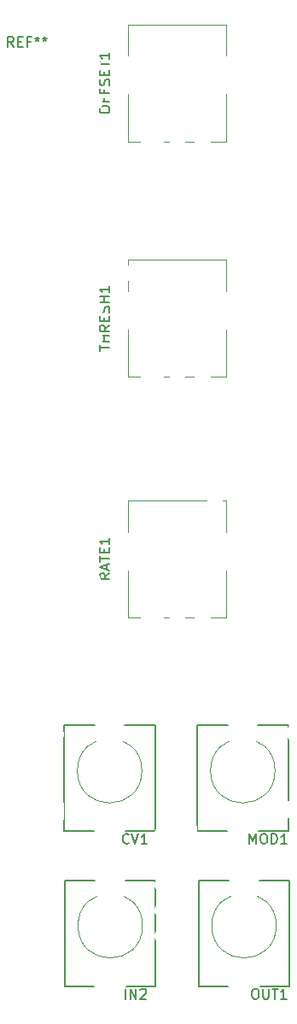
<source format=gbr>
G04 #@! TF.GenerationSoftware,KiCad,Pcbnew,(5.1.10-1-10_14)*
G04 #@! TF.CreationDate,2021-09-13T20:12:19+02:00*
G04 #@! TF.ProjectId,Ring_fold_main,52696e67-5f66-46f6-9c64-5f6d61696e2e,rev?*
G04 #@! TF.SameCoordinates,Original*
G04 #@! TF.FileFunction,Legend,Top*
G04 #@! TF.FilePolarity,Positive*
%FSLAX46Y46*%
G04 Gerber Fmt 4.6, Leading zero omitted, Abs format (unit mm)*
G04 Created by KiCad (PCBNEW (5.1.10-1-10_14)) date 2021-09-13 20:12:19*
%MOMM*%
%LPD*%
G01*
G04 APERTURE LIST*
%ADD10C,0.120000*%
%ADD11C,0.200000*%
%ADD12C,0.150000*%
%ADD13O,1.400000X1.400000*%
%ADD14C,1.400000*%
%ADD15O,1.800000X1.800000*%
%ADD16R,1.800000X1.800000*%
%ADD17R,1.500000X1.500000*%
%ADD18C,1.500000*%
%ADD19O,1.600000X1.600000*%
%ADD20R,1.600000X1.600000*%
%ADD21O,2.720000X3.240000*%
%ADD22C,1.800000*%
%ADD23O,3.100000X2.300000*%
%ADD24C,1.700000*%
%ADD25C,1.397000*%
%ADD26R,1.397000X1.397000*%
%ADD27C,1.600000*%
G04 APERTURE END LIST*
D10*
X98746500Y-54586000D02*
X89006500Y-54586000D01*
X98746500Y-66176000D02*
X97256500Y-66176000D01*
X98746500Y-57646000D02*
X98746500Y-54586000D01*
X88996500Y-66176000D02*
X88996500Y-61456000D01*
X89006500Y-57646000D02*
X89006500Y-54586000D01*
X98746500Y-66176000D02*
X98746500Y-61456000D01*
X90186500Y-66176000D02*
X89006500Y-66176000D01*
X93086500Y-66176000D02*
X92556500Y-66176000D01*
X95536500Y-66176000D02*
X94706500Y-66176000D01*
X98746500Y-77890500D02*
X89006500Y-77890500D01*
X98746500Y-89480500D02*
X97256500Y-89480500D01*
X98746500Y-80950500D02*
X98746500Y-77890500D01*
X88996500Y-89480500D02*
X88996500Y-84760500D01*
X89006500Y-80950500D02*
X89006500Y-77890500D01*
X98746500Y-89480500D02*
X98746500Y-84760500D01*
X90186500Y-89480500D02*
X89006500Y-89480500D01*
X93086500Y-89480500D02*
X92556500Y-89480500D01*
X95536500Y-89480500D02*
X94706500Y-89480500D01*
X98746500Y-101766000D02*
X89006500Y-101766000D01*
X98746500Y-113356000D02*
X97256500Y-113356000D01*
X98746500Y-104826000D02*
X98746500Y-101766000D01*
X88996500Y-113356000D02*
X88996500Y-108636000D01*
X89006500Y-104826000D02*
X89006500Y-101766000D01*
X98746500Y-113356000D02*
X98746500Y-108636000D01*
X90186500Y-113356000D02*
X89006500Y-113356000D01*
X93086500Y-113356000D02*
X92556500Y-113356000D01*
X95536500Y-113356000D02*
X94706500Y-113356000D01*
D11*
X96020000Y-139391000D02*
X96020000Y-149891000D01*
X105020000Y-139391000D02*
X105020000Y-149891000D01*
X105020000Y-149891000D02*
X102120000Y-149891000D01*
X98920000Y-149891000D02*
X96020000Y-149891000D01*
X105020000Y-139391000D02*
X102020000Y-139391000D01*
X99020000Y-139391000D02*
X96020000Y-139391000D01*
D10*
X103720000Y-143891000D02*
G75*
G03*
X103720000Y-143891000I-3200000J0D01*
G01*
D11*
X95894000Y-124024000D02*
X95894000Y-134524000D01*
X104894000Y-124024000D02*
X104894000Y-134524000D01*
X104894000Y-134524000D02*
X101994000Y-134524000D01*
X98794000Y-134524000D02*
X95894000Y-134524000D01*
X104894000Y-124024000D02*
X101894000Y-124024000D01*
X98894000Y-124024000D02*
X95894000Y-124024000D01*
D10*
X103594000Y-128524000D02*
G75*
G03*
X103594000Y-128524000I-3200000J0D01*
G01*
D11*
X82749000Y-139391000D02*
X82749000Y-149891000D01*
X91749000Y-139391000D02*
X91749000Y-149891000D01*
X91749000Y-149891000D02*
X88849000Y-149891000D01*
X85649000Y-149891000D02*
X82749000Y-149891000D01*
X91749000Y-139391000D02*
X88749000Y-139391000D01*
X85749000Y-139391000D02*
X82749000Y-139391000D01*
D10*
X90449000Y-143891000D02*
G75*
G03*
X90449000Y-143891000I-3200000J0D01*
G01*
D11*
X82685500Y-124024000D02*
X82685500Y-134524000D01*
X91685500Y-124024000D02*
X91685500Y-134524000D01*
X91685500Y-134524000D02*
X88785500Y-134524000D01*
X85585500Y-134524000D02*
X82685500Y-134524000D01*
X91685500Y-124024000D02*
X88685500Y-124024000D01*
X85685500Y-124024000D02*
X82685500Y-124024000D01*
D10*
X90385500Y-128524000D02*
G75*
G03*
X90385500Y-128524000I-3200000J0D01*
G01*
D12*
X77660666Y-56768880D02*
X77327333Y-56292690D01*
X77089238Y-56768880D02*
X77089238Y-55768880D01*
X77470190Y-55768880D01*
X77565428Y-55816500D01*
X77613047Y-55864119D01*
X77660666Y-55959357D01*
X77660666Y-56102214D01*
X77613047Y-56197452D01*
X77565428Y-56245071D01*
X77470190Y-56292690D01*
X77089238Y-56292690D01*
X78089238Y-56245071D02*
X78422571Y-56245071D01*
X78565428Y-56768880D02*
X78089238Y-56768880D01*
X78089238Y-55768880D01*
X78565428Y-55768880D01*
X79327333Y-56245071D02*
X78994000Y-56245071D01*
X78994000Y-56768880D02*
X78994000Y-55768880D01*
X79470190Y-55768880D01*
X79994000Y-55768880D02*
X79994000Y-56006976D01*
X79755904Y-55911738D02*
X79994000Y-56006976D01*
X80232095Y-55911738D01*
X79851142Y-56197452D02*
X79994000Y-56006976D01*
X80136857Y-56197452D01*
X80755904Y-55768880D02*
X80755904Y-56006976D01*
X80517809Y-55911738D02*
X80755904Y-56006976D01*
X80994000Y-55911738D01*
X80613047Y-56197452D02*
X80755904Y-56006976D01*
X80898761Y-56197452D01*
X86188880Y-63084095D02*
X86188880Y-62893619D01*
X86236500Y-62798380D01*
X86331738Y-62703142D01*
X86522214Y-62655523D01*
X86855547Y-62655523D01*
X87046023Y-62703142D01*
X87141261Y-62798380D01*
X87188880Y-62893619D01*
X87188880Y-63084095D01*
X87141261Y-63179333D01*
X87046023Y-63274571D01*
X86855547Y-63322190D01*
X86522214Y-63322190D01*
X86331738Y-63274571D01*
X86236500Y-63179333D01*
X86188880Y-63084095D01*
X86665071Y-61893619D02*
X86665071Y-62226952D01*
X87188880Y-62226952D02*
X86188880Y-62226952D01*
X86188880Y-61750761D01*
X86665071Y-61036476D02*
X86665071Y-61369809D01*
X87188880Y-61369809D02*
X86188880Y-61369809D01*
X86188880Y-60893619D01*
X87141261Y-60560285D02*
X87188880Y-60417428D01*
X87188880Y-60179333D01*
X87141261Y-60084095D01*
X87093642Y-60036476D01*
X86998404Y-59988857D01*
X86903166Y-59988857D01*
X86807928Y-60036476D01*
X86760309Y-60084095D01*
X86712690Y-60179333D01*
X86665071Y-60369809D01*
X86617452Y-60465047D01*
X86569833Y-60512666D01*
X86474595Y-60560285D01*
X86379357Y-60560285D01*
X86284119Y-60512666D01*
X86236500Y-60465047D01*
X86188880Y-60369809D01*
X86188880Y-60131714D01*
X86236500Y-59988857D01*
X86665071Y-59560285D02*
X86665071Y-59226952D01*
X87188880Y-59084095D02*
X87188880Y-59560285D01*
X86188880Y-59560285D01*
X86188880Y-59084095D01*
X86188880Y-58798380D02*
X86188880Y-58226952D01*
X87188880Y-58512666D02*
X86188880Y-58512666D01*
X87188880Y-57369809D02*
X87188880Y-57941238D01*
X87188880Y-57655523D02*
X86188880Y-57655523D01*
X86331738Y-57750761D01*
X86426976Y-57846000D01*
X86474595Y-57941238D01*
X86188880Y-86888595D02*
X86188880Y-86317166D01*
X87188880Y-86602880D02*
X86188880Y-86602880D01*
X87188880Y-85983833D02*
X86188880Y-85983833D01*
X86665071Y-85983833D02*
X86665071Y-85412404D01*
X87188880Y-85412404D02*
X86188880Y-85412404D01*
X87188880Y-84364785D02*
X86712690Y-84698119D01*
X87188880Y-84936214D02*
X86188880Y-84936214D01*
X86188880Y-84555261D01*
X86236500Y-84460023D01*
X86284119Y-84412404D01*
X86379357Y-84364785D01*
X86522214Y-84364785D01*
X86617452Y-84412404D01*
X86665071Y-84460023D01*
X86712690Y-84555261D01*
X86712690Y-84936214D01*
X86665071Y-83936214D02*
X86665071Y-83602880D01*
X87188880Y-83460023D02*
X87188880Y-83936214D01*
X86188880Y-83936214D01*
X86188880Y-83460023D01*
X87141261Y-83079071D02*
X87188880Y-82936214D01*
X87188880Y-82698119D01*
X87141261Y-82602880D01*
X87093642Y-82555261D01*
X86998404Y-82507642D01*
X86903166Y-82507642D01*
X86807928Y-82555261D01*
X86760309Y-82602880D01*
X86712690Y-82698119D01*
X86665071Y-82888595D01*
X86617452Y-82983833D01*
X86569833Y-83031452D01*
X86474595Y-83079071D01*
X86379357Y-83079071D01*
X86284119Y-83031452D01*
X86236500Y-82983833D01*
X86188880Y-82888595D01*
X86188880Y-82650500D01*
X86236500Y-82507642D01*
X87188880Y-82079071D02*
X86188880Y-82079071D01*
X86665071Y-82079071D02*
X86665071Y-81507642D01*
X87188880Y-81507642D02*
X86188880Y-81507642D01*
X87188880Y-80507642D02*
X87188880Y-81079071D01*
X87188880Y-80793357D02*
X86188880Y-80793357D01*
X86331738Y-80888595D01*
X86426976Y-80983833D01*
X86474595Y-81079071D01*
X87188880Y-108954571D02*
X86712690Y-109287904D01*
X87188880Y-109526000D02*
X86188880Y-109526000D01*
X86188880Y-109145047D01*
X86236500Y-109049809D01*
X86284119Y-109002190D01*
X86379357Y-108954571D01*
X86522214Y-108954571D01*
X86617452Y-109002190D01*
X86665071Y-109049809D01*
X86712690Y-109145047D01*
X86712690Y-109526000D01*
X86903166Y-108573619D02*
X86903166Y-108097428D01*
X87188880Y-108668857D02*
X86188880Y-108335523D01*
X87188880Y-108002190D01*
X86188880Y-107811714D02*
X86188880Y-107240285D01*
X87188880Y-107526000D02*
X86188880Y-107526000D01*
X86665071Y-106906952D02*
X86665071Y-106573619D01*
X87188880Y-106430761D02*
X87188880Y-106906952D01*
X86188880Y-106906952D01*
X86188880Y-106430761D01*
X87188880Y-105478380D02*
X87188880Y-106049809D01*
X87188880Y-105764095D02*
X86188880Y-105764095D01*
X86331738Y-105859333D01*
X86426976Y-105954571D01*
X86474595Y-106049809D01*
X101543809Y-150143380D02*
X101734285Y-150143380D01*
X101829523Y-150191000D01*
X101924761Y-150286238D01*
X101972380Y-150476714D01*
X101972380Y-150810047D01*
X101924761Y-151000523D01*
X101829523Y-151095761D01*
X101734285Y-151143380D01*
X101543809Y-151143380D01*
X101448571Y-151095761D01*
X101353333Y-151000523D01*
X101305714Y-150810047D01*
X101305714Y-150476714D01*
X101353333Y-150286238D01*
X101448571Y-150191000D01*
X101543809Y-150143380D01*
X102400952Y-150143380D02*
X102400952Y-150952904D01*
X102448571Y-151048142D01*
X102496190Y-151095761D01*
X102591428Y-151143380D01*
X102781904Y-151143380D01*
X102877142Y-151095761D01*
X102924761Y-151048142D01*
X102972380Y-150952904D01*
X102972380Y-150143380D01*
X103305714Y-150143380D02*
X103877142Y-150143380D01*
X103591428Y-151143380D02*
X103591428Y-150143380D01*
X104734285Y-151143380D02*
X104162857Y-151143380D01*
X104448571Y-151143380D02*
X104448571Y-150143380D01*
X104353333Y-150286238D01*
X104258095Y-150381476D01*
X104162857Y-150429095D01*
X101060666Y-135776380D02*
X101060666Y-134776380D01*
X101394000Y-135490666D01*
X101727333Y-134776380D01*
X101727333Y-135776380D01*
X102394000Y-134776380D02*
X102584476Y-134776380D01*
X102679714Y-134824000D01*
X102774952Y-134919238D01*
X102822571Y-135109714D01*
X102822571Y-135443047D01*
X102774952Y-135633523D01*
X102679714Y-135728761D01*
X102584476Y-135776380D01*
X102394000Y-135776380D01*
X102298761Y-135728761D01*
X102203523Y-135633523D01*
X102155904Y-135443047D01*
X102155904Y-135109714D01*
X102203523Y-134919238D01*
X102298761Y-134824000D01*
X102394000Y-134776380D01*
X103251142Y-135776380D02*
X103251142Y-134776380D01*
X103489238Y-134776380D01*
X103632095Y-134824000D01*
X103727333Y-134919238D01*
X103774952Y-135014476D01*
X103822571Y-135204952D01*
X103822571Y-135347809D01*
X103774952Y-135538285D01*
X103727333Y-135633523D01*
X103632095Y-135728761D01*
X103489238Y-135776380D01*
X103251142Y-135776380D01*
X104774952Y-135776380D02*
X104203523Y-135776380D01*
X104489238Y-135776380D02*
X104489238Y-134776380D01*
X104394000Y-134919238D01*
X104298761Y-135014476D01*
X104203523Y-135062095D01*
X88749000Y-151143380D02*
X88749000Y-150143380D01*
X89225190Y-151143380D02*
X89225190Y-150143380D01*
X89796619Y-151143380D01*
X89796619Y-150143380D01*
X90225190Y-150238619D02*
X90272809Y-150191000D01*
X90368047Y-150143380D01*
X90606142Y-150143380D01*
X90701380Y-150191000D01*
X90749000Y-150238619D01*
X90796619Y-150333857D01*
X90796619Y-150429095D01*
X90749000Y-150571952D01*
X90177571Y-151143380D01*
X90796619Y-151143380D01*
X89090261Y-135681142D02*
X89042642Y-135728761D01*
X88899785Y-135776380D01*
X88804547Y-135776380D01*
X88661690Y-135728761D01*
X88566452Y-135633523D01*
X88518833Y-135538285D01*
X88471214Y-135347809D01*
X88471214Y-135204952D01*
X88518833Y-135014476D01*
X88566452Y-134919238D01*
X88661690Y-134824000D01*
X88804547Y-134776380D01*
X88899785Y-134776380D01*
X89042642Y-134824000D01*
X89090261Y-134871619D01*
X89375976Y-134776380D02*
X89709309Y-135776380D01*
X90042642Y-134776380D01*
X90899785Y-135776380D02*
X90328357Y-135776380D01*
X90614071Y-135776380D02*
X90614071Y-134776380D01*
X90518833Y-134919238D01*
X90423595Y-135014476D01*
X90328357Y-135062095D01*
%LPC*%
D13*
X85725000Y-112141000D03*
D14*
X80645000Y-112141000D03*
D13*
X107188000Y-112422000D03*
D14*
X102108000Y-112422000D03*
D13*
X85471000Y-118300000D03*
D14*
X80391000Y-118300000D03*
D13*
X106934000Y-65547900D03*
D14*
X101854000Y-65547900D03*
D13*
X107124000Y-68389500D03*
D14*
X102044000Y-68389500D03*
D13*
X85471000Y-115380000D03*
D14*
X80391000Y-115380000D03*
D13*
X96901000Y-118174000D03*
D14*
X91821000Y-118174000D03*
D13*
X85598000Y-104494000D03*
D14*
X80518000Y-104494000D03*
D13*
X85598000Y-109592000D03*
D14*
X80518000Y-109592000D03*
D13*
X85852000Y-82804000D03*
D14*
X80772000Y-82804000D03*
D13*
X85725000Y-88519000D03*
D14*
X80645000Y-88519000D03*
D13*
X107252000Y-82994500D03*
D14*
X102172000Y-82994500D03*
D13*
X106934000Y-62706200D03*
D14*
X101854000Y-62706200D03*
D13*
X107188000Y-107324000D03*
D14*
X102108000Y-107324000D03*
D13*
X106934000Y-59864600D03*
D14*
X101854000Y-59864600D03*
D13*
X85407500Y-107043000D03*
D14*
X80327500Y-107043000D03*
D13*
X107188000Y-104775000D03*
D14*
X102108000Y-104775000D03*
D13*
X107252000Y-85852000D03*
D14*
X102172000Y-85852000D03*
D13*
X106934000Y-57023000D03*
D14*
X101854000Y-57023000D03*
D13*
X107188000Y-109873000D03*
D14*
X102108000Y-109873000D03*
D13*
X85852000Y-85661500D03*
D14*
X80772000Y-85661500D03*
D13*
X107252000Y-88709500D03*
D14*
X102172000Y-88709500D03*
D15*
X105600000Y-124778000D03*
D16*
X105600000Y-132398000D03*
D15*
X81851500Y-124968000D03*
D16*
X81851500Y-132588000D03*
D17*
X101664000Y-117284000D03*
D18*
X106744000Y-117284000D03*
X104204000Y-117284000D03*
D19*
X105283000Y-93916000D03*
X97663000Y-101536000D03*
X102743000Y-93916000D03*
X100203000Y-101536000D03*
X100203000Y-93916000D03*
X102743000Y-101536000D03*
X97663000Y-93916000D03*
D20*
X105283000Y-101536000D03*
D19*
X90360500Y-93218000D03*
X82740500Y-100838000D03*
X87820500Y-93218000D03*
X85280500Y-100838000D03*
X85280500Y-93218000D03*
X87820500Y-100838000D03*
X82740500Y-93218000D03*
D20*
X90360500Y-100838000D03*
D19*
X91757500Y-71628000D03*
X84137500Y-79248000D03*
X89217500Y-71628000D03*
X86677500Y-79248000D03*
X86677500Y-71628000D03*
X89217500Y-79248000D03*
X84137500Y-71628000D03*
D20*
X91757500Y-79248000D03*
D21*
X89076500Y-59556000D03*
X98676500Y-59556000D03*
D22*
X96376500Y-67056000D03*
X93876500Y-67056000D03*
D16*
X91376500Y-67056000D03*
D21*
X89076500Y-82860500D03*
X98676500Y-82860500D03*
D22*
X96376500Y-90360500D03*
X93876500Y-90360500D03*
D16*
X91376500Y-90360500D03*
D21*
X89076500Y-106736000D03*
X98676500Y-106736000D03*
D22*
X96376500Y-114236000D03*
X93876500Y-114236000D03*
D16*
X91376500Y-114236000D03*
G36*
G01*
X101820000Y-148161000D02*
X101820000Y-149461000D01*
G75*
G02*
X101170000Y-150111000I-650000J0D01*
G01*
X99870000Y-150111000D01*
G75*
G02*
X99220000Y-149461000I0J650000D01*
G01*
X99220000Y-148161000D01*
G75*
G02*
X99870000Y-147511000I650000J0D01*
G01*
X101170000Y-147511000D01*
G75*
G02*
X101820000Y-148161000I0J-650000D01*
G01*
G37*
D23*
X100520000Y-137411000D03*
G36*
G01*
X101820000Y-139861000D02*
X101820000Y-141161000D01*
G75*
G02*
X101170000Y-141811000I-650000J0D01*
G01*
X99870000Y-141811000D01*
G75*
G02*
X99220000Y-141161000I0J650000D01*
G01*
X99220000Y-139861000D01*
G75*
G02*
X99870000Y-139211000I650000J0D01*
G01*
X101170000Y-139211000D01*
G75*
G02*
X101820000Y-139861000I0J-650000D01*
G01*
G37*
G36*
G01*
X101694000Y-132794000D02*
X101694000Y-134094000D01*
G75*
G02*
X101044000Y-134744000I-650000J0D01*
G01*
X99744000Y-134744000D01*
G75*
G02*
X99094000Y-134094000I0J650000D01*
G01*
X99094000Y-132794000D01*
G75*
G02*
X99744000Y-132144000I650000J0D01*
G01*
X101044000Y-132144000D01*
G75*
G02*
X101694000Y-132794000I0J-650000D01*
G01*
G37*
X100394000Y-122044000D03*
G36*
G01*
X101694000Y-124494000D02*
X101694000Y-125794000D01*
G75*
G02*
X101044000Y-126444000I-650000J0D01*
G01*
X99744000Y-126444000D01*
G75*
G02*
X99094000Y-125794000I0J650000D01*
G01*
X99094000Y-124494000D01*
G75*
G02*
X99744000Y-123844000I650000J0D01*
G01*
X101044000Y-123844000D01*
G75*
G02*
X101694000Y-124494000I0J-650000D01*
G01*
G37*
D24*
X92519500Y-144907000D03*
X92519500Y-142367000D03*
X92519500Y-139827000D03*
X92519500Y-137287000D03*
X92519500Y-134747000D03*
X95059500Y-144907000D03*
X95059500Y-142367000D03*
X95059500Y-139827000D03*
X95059500Y-137287000D03*
G36*
G01*
X95909500Y-134147000D02*
X95909500Y-135347000D01*
G75*
G02*
X95659500Y-135597000I-250000J0D01*
G01*
X94459500Y-135597000D01*
G75*
G02*
X94209500Y-135347000I0J250000D01*
G01*
X94209500Y-134147000D01*
G75*
G02*
X94459500Y-133897000I250000J0D01*
G01*
X95659500Y-133897000D01*
G75*
G02*
X95909500Y-134147000I0J-250000D01*
G01*
G37*
G36*
G01*
X88549000Y-148161000D02*
X88549000Y-149461000D01*
G75*
G02*
X87899000Y-150111000I-650000J0D01*
G01*
X86599000Y-150111000D01*
G75*
G02*
X85949000Y-149461000I0J650000D01*
G01*
X85949000Y-148161000D01*
G75*
G02*
X86599000Y-147511000I650000J0D01*
G01*
X87899000Y-147511000D01*
G75*
G02*
X88549000Y-148161000I0J-650000D01*
G01*
G37*
D23*
X87249000Y-137411000D03*
G36*
G01*
X88549000Y-139861000D02*
X88549000Y-141161000D01*
G75*
G02*
X87899000Y-141811000I-650000J0D01*
G01*
X86599000Y-141811000D01*
G75*
G02*
X85949000Y-141161000I0J650000D01*
G01*
X85949000Y-139861000D01*
G75*
G02*
X86599000Y-139211000I650000J0D01*
G01*
X87899000Y-139211000D01*
G75*
G02*
X88549000Y-139861000I0J-650000D01*
G01*
G37*
D25*
X105092000Y-71437500D03*
X102552000Y-71437500D03*
X100012000Y-71437500D03*
X97472000Y-71437500D03*
X97472000Y-79057500D03*
X100012000Y-79057500D03*
X102552000Y-79057500D03*
D26*
X105092000Y-79057500D03*
G36*
G01*
X88485500Y-132794000D02*
X88485500Y-134094000D01*
G75*
G02*
X87835500Y-134744000I-650000J0D01*
G01*
X86535500Y-134744000D01*
G75*
G02*
X85885500Y-134094000I0J650000D01*
G01*
X85885500Y-132794000D01*
G75*
G02*
X86535500Y-132144000I650000J0D01*
G01*
X87835500Y-132144000D01*
G75*
G02*
X88485500Y-132794000I0J-650000D01*
G01*
G37*
D23*
X87185500Y-122044000D03*
G36*
G01*
X88485500Y-124494000D02*
X88485500Y-125794000D01*
G75*
G02*
X87835500Y-126444000I-650000J0D01*
G01*
X86535500Y-126444000D01*
G75*
G02*
X85885500Y-125794000I0J650000D01*
G01*
X85885500Y-124494000D01*
G75*
G02*
X86535500Y-123844000I650000J0D01*
G01*
X87835500Y-123844000D01*
G75*
G02*
X88485500Y-124494000I0J-650000D01*
G01*
G37*
D27*
X85678500Y-66371500D03*
X80678500Y-66371500D03*
X85678500Y-62321500D03*
X80678500Y-62321500D03*
X85518000Y-58610500D03*
X80518000Y-58610500D03*
M02*

</source>
